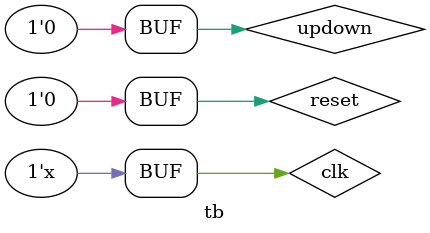
<source format=v>
module updowncounter(input updown, clk, reset, output reg [3:0] out);
	always @(posedge clk or posedge reset) begin
		if(reset)
			out <= 4'b0000;
		else if(updown) 
			out <= out + 4'b0001;
		else 
			out <= out - 4'b0001;
	end
endmodule


module tb();
	reg updown, reset;
	reg clk = 1'b0;
	wire [3:0] out;
	always #1 clk = ~clk;
	updowncounter upd(updown,clk,reset,out);
	initial begin
		reset = 1'b1;
		#10;
		reset = 1'b0;
		#10;
		updown = 1'b1;
		#10;
		updown = 1'b0;
		#10;
	end
endmodule

</source>
